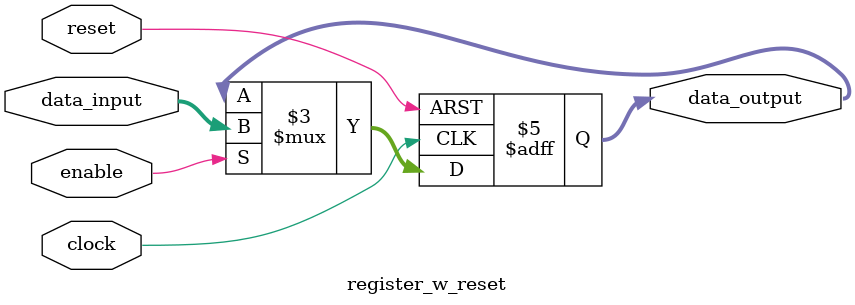
<source format=v>
`timescale 1ns / 1ps


module register_w_reset #(parameter bus_width = 32)
    (
        input clock, enable, reset,
        input [bus_width-1:0] data_input,
        output reg [bus_width-1:0] data_output
    );

    initial data_output = 0;

    always@(posedge clock, posedge reset) begin
        if (reset) data_output <= 0;
        else if (enable) data_output <= data_input;
    end
endmodule

</source>
